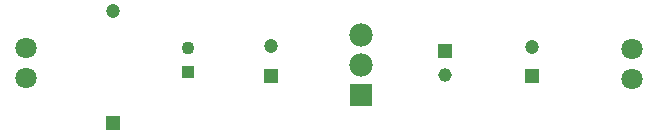
<source format=gtl>
G04*
G04 #@! TF.GenerationSoftware,Altium Limited,Altium Designer,18.0.7 (293)*
G04*
G04 Layer_Physical_Order=1*
G04 Layer_Color=255*
%FSLAX44Y44*%
%MOMM*%
G71*
G01*
G75*
%ADD22C,1.2000*%
%ADD23R,1.2000X1.2000*%
%ADD24C,1.8000*%
%ADD25C,1.1500*%
%ADD26R,1.1500X1.1500*%
%ADD27C,1.9800*%
%ADD28R,1.9800X1.9800*%
%ADD29C,1.1000*%
%ADD30R,1.1000X1.1000*%
D22*
X547370Y-85490D02*
D03*
X326390Y-85090D02*
D03*
X193040Y-54860D02*
D03*
D23*
X547370Y-110490D02*
D03*
X326390Y-110090D02*
D03*
X193040Y-149860D02*
D03*
D24*
X632460Y-87630D02*
D03*
Y-113030D02*
D03*
X119380Y-111760D02*
D03*
Y-86360D02*
D03*
D25*
X473710Y-109220D02*
D03*
D26*
Y-89220D02*
D03*
D27*
X402590Y-75360D02*
D03*
Y-100860D02*
D03*
D28*
Y-126360D02*
D03*
D29*
X256540Y-86680D02*
D03*
D30*
Y-106680D02*
D03*
M02*

</source>
